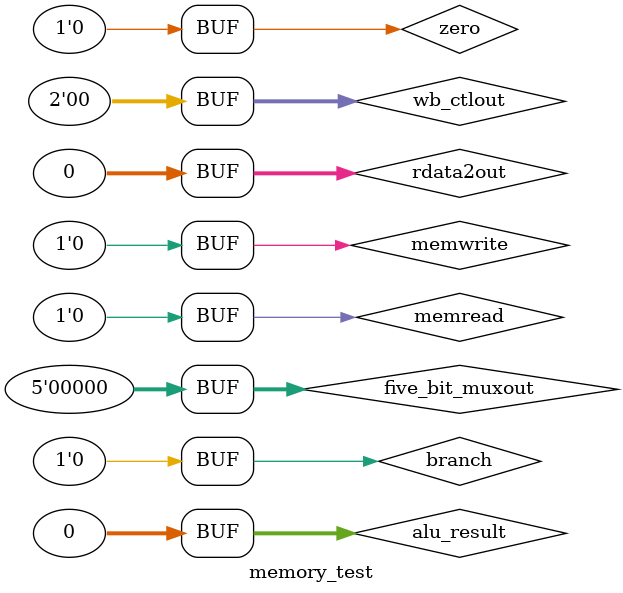
<source format=v>
`timescale 1ns / 1ps


module memory_test;

	// Inputs
	reg [1:0] wb_ctlout;
	reg branch;
	reg memread;
	reg memwrite;
	reg zero;
	reg [31:0] alu_result;
	reg [31:0] rdata2out;
	reg [4:0] five_bit_muxout;

	// Outputs
	wire MEM_PCSrc;
	wire MEM_WB_regwrite;
	wire MEM_WB_memtoreg;
	wire [31:0] read_data;
	wire [31:0] mem_alu_result;
	wire [4:0] mem_write_reg;

	// Instantiate the Unit Under Test (UUT)
	MEMORY uut (
		.wb_ctlout(wb_ctlout), 
		.branch(branch), 
		.memread(memread), 
		.memwrite(memwrite), 
		.zero(zero), 
		.alu_result(alu_result), 
		.rdata2out(rdata2out), 
		.five_bit_muxout(five_bit_muxout), 
		.MEM_PCSrc(MEM_PCSrc), 
		.MEM_WB_regwrite(MEM_WB_regwrite), 
		.MEM_WB_memtoreg(MEM_WB_memtoreg), 
		.read_data(read_data), 
		.mem_alu_result(mem_alu_result), 
		.mem_write_reg(mem_write_reg)
	);

	initial begin
		// Initialize Inputs
		wb_ctlout = 0;
		branch = 0;
		memread = 0;
		memwrite = 0;
		zero = 0;
		alu_result = 0;
		rdata2out = 0;
		five_bit_muxout = 0;
		
		memory[0] <= 'h002300AA;
		memory[1] <= 'h10654321;
		memory[2] <= 'h00100022;
		memory[3] <= 'h8C123456;
		memory[4] <= 'h8F123456;
		memory[5] <= 'hAD654321;
		memory[6] <= 'h13012345;
		memory[7] <= 'hAC654321;
		memory[8] <= 'h12012345;
		
		#20;
        
		// Add stimulus here

	end
      
endmodule


</source>
